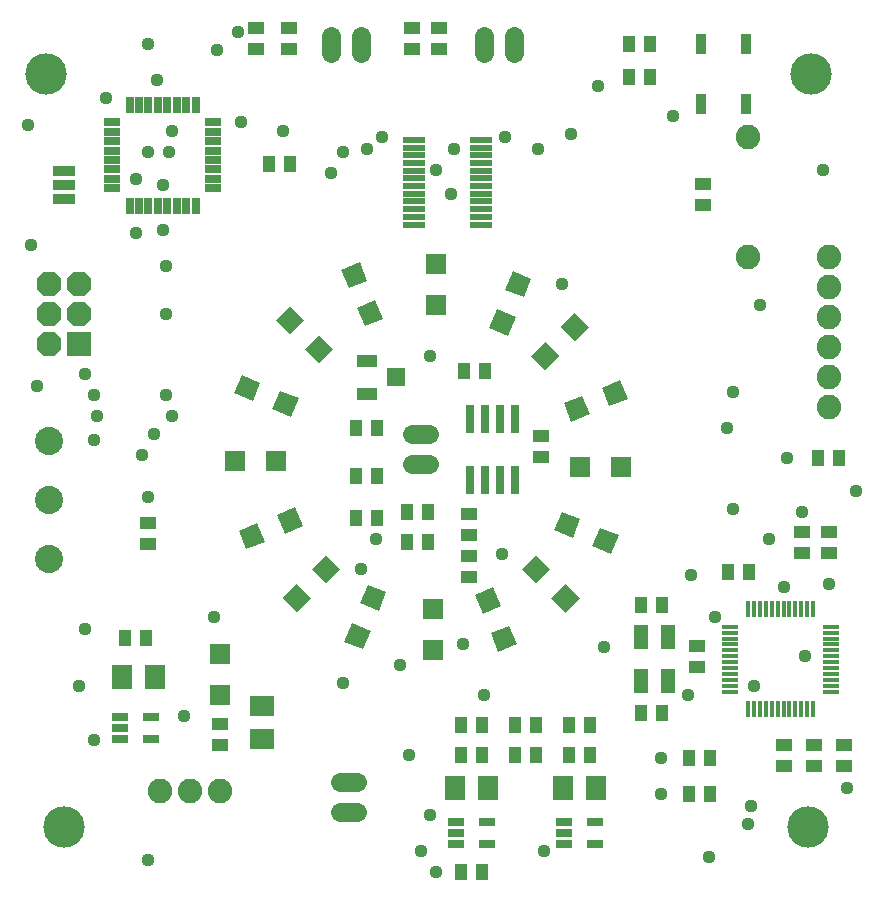
<source format=gts>
G75*
G70*
%OFA0B0*%
%FSLAX24Y24*%
%IPPOS*%
%LPD*%
%AMOC8*
5,1,8,0,0,1.08239X$1,22.5*
%
%ADD10R,0.0552X0.0297*%
%ADD11R,0.0789X0.0710*%
%ADD12R,0.0580X0.0300*%
%ADD13R,0.0300X0.0580*%
%ADD14R,0.0180X0.0530*%
%ADD15R,0.0530X0.0180*%
%ADD16R,0.0513X0.0828*%
%ADD17R,0.0749X0.0356*%
%ADD18R,0.0380X0.0680*%
%ADD19C,0.0820*%
%ADD20R,0.0740X0.0220*%
%ADD21R,0.0671X0.0671*%
%ADD22R,0.0671X0.0671*%
%ADD23R,0.0316X0.0946*%
%ADD24C,0.0940*%
%ADD25C,0.0640*%
%ADD26R,0.0710X0.0789*%
%ADD27C,0.1380*%
%ADD28R,0.0552X0.0395*%
%ADD29R,0.0395X0.0552*%
%ADD30R,0.0820X0.0820*%
%ADD31OC8,0.0820*%
%ADD32R,0.0710X0.0434*%
%ADD33R,0.0592X0.0592*%
%ADD34C,0.0440*%
D10*
X007922Y005776D03*
X007922Y006150D03*
X007922Y006524D03*
X008946Y006524D03*
X008946Y005776D03*
X019122Y003024D03*
X019122Y002650D03*
X019122Y002276D03*
X020146Y002276D03*
X020146Y003024D03*
X022722Y003024D03*
X022722Y002650D03*
X022722Y002276D03*
X023746Y002276D03*
X023746Y003024D03*
D11*
X012634Y005799D03*
X012634Y006901D03*
D12*
X011024Y024148D03*
X011024Y024463D03*
X011024Y024778D03*
X011024Y025093D03*
X011024Y025407D03*
X011024Y025722D03*
X011024Y026037D03*
X011024Y026352D03*
X007644Y026352D03*
X007644Y026037D03*
X007644Y025722D03*
X007644Y025407D03*
X007644Y025093D03*
X007644Y024778D03*
X007644Y024463D03*
X007644Y024148D03*
D13*
X008231Y023560D03*
X008546Y023560D03*
X008861Y023560D03*
X009176Y023560D03*
X009491Y023560D03*
X009806Y023560D03*
X010121Y023560D03*
X010436Y023560D03*
X010436Y026940D03*
X010121Y026940D03*
X009806Y026940D03*
X009491Y026940D03*
X009176Y026940D03*
X008861Y026940D03*
X008546Y026940D03*
X008231Y026940D03*
D14*
X028851Y010123D03*
X029048Y010123D03*
X029245Y010123D03*
X029442Y010123D03*
X029638Y010123D03*
X029835Y010123D03*
X030032Y010123D03*
X030229Y010123D03*
X030426Y010123D03*
X030623Y010123D03*
X030820Y010123D03*
X031016Y010123D03*
X031016Y006777D03*
X030820Y006777D03*
X030623Y006777D03*
X030426Y006777D03*
X030229Y006777D03*
X030032Y006777D03*
X029835Y006777D03*
X029638Y006777D03*
X029442Y006777D03*
X029245Y006777D03*
X029048Y006777D03*
X028851Y006777D03*
D15*
X028260Y007367D03*
X028260Y007564D03*
X028260Y007761D03*
X028260Y007958D03*
X028260Y008155D03*
X028260Y008352D03*
X028260Y008548D03*
X028260Y008745D03*
X028260Y008942D03*
X028260Y009139D03*
X028260Y009336D03*
X028260Y009533D03*
X031607Y009533D03*
X031607Y009336D03*
X031607Y009139D03*
X031607Y008942D03*
X031607Y008745D03*
X031607Y008548D03*
X031607Y008352D03*
X031607Y008155D03*
X031607Y007958D03*
X031607Y007761D03*
X031607Y007564D03*
X031607Y007367D03*
D16*
X026186Y007722D03*
X025281Y007722D03*
X025281Y009178D03*
X026186Y009178D03*
D17*
X006034Y023778D03*
X006034Y024250D03*
X006034Y024722D03*
D18*
X027284Y026950D03*
X028784Y026950D03*
X028784Y028950D03*
X027284Y028950D03*
D19*
X028834Y025850D03*
X028834Y021850D03*
X031534Y021850D03*
X031534Y020850D03*
X031534Y019850D03*
X031534Y018850D03*
X031534Y017850D03*
X031534Y016850D03*
X011234Y004050D03*
X010234Y004050D03*
X009234Y004050D03*
D20*
X017724Y022940D03*
X017724Y023200D03*
X017724Y023450D03*
X017724Y023710D03*
X017724Y023970D03*
X017724Y024220D03*
X017724Y024480D03*
X017724Y024730D03*
X017724Y024990D03*
X017724Y025250D03*
X017724Y025500D03*
X017724Y025760D03*
X019944Y025760D03*
X019944Y025500D03*
X019944Y025250D03*
X019944Y024990D03*
X019944Y024730D03*
X019944Y024480D03*
X019944Y024220D03*
X019944Y023970D03*
X019944Y023710D03*
X019944Y023450D03*
X019944Y023200D03*
X019944Y022940D03*
D21*
X018434Y021639D03*
X018434Y020261D03*
X013123Y015050D03*
X011745Y015050D03*
X018334Y010139D03*
X018334Y008761D03*
X023245Y014850D03*
X024623Y014850D03*
X011234Y008639D03*
X011234Y007261D03*
D22*
G36*
X013800Y010965D02*
X014273Y010492D01*
X013800Y010019D01*
X013327Y010492D01*
X013800Y010965D01*
G37*
G36*
X014774Y011939D02*
X015247Y011466D01*
X014774Y010993D01*
X014301Y011466D01*
X014774Y011939D01*
G37*
G36*
X013759Y013512D02*
X014015Y012894D01*
X013397Y012638D01*
X013141Y013256D01*
X013759Y013512D01*
G37*
G36*
X012486Y012985D02*
X012742Y012367D01*
X012124Y012111D01*
X011868Y012729D01*
X012486Y012985D01*
G37*
G36*
X016178Y010931D02*
X016796Y010675D01*
X016540Y010057D01*
X015922Y010313D01*
X016178Y010931D01*
G37*
G36*
X015651Y009658D02*
X016269Y009402D01*
X016013Y008784D01*
X015395Y009040D01*
X015651Y009658D01*
G37*
G36*
X019742Y010587D02*
X020360Y010843D01*
X020616Y010225D01*
X019998Y009969D01*
X019742Y010587D01*
G37*
G36*
X020269Y009314D02*
X020887Y009570D01*
X021143Y008952D01*
X020525Y008696D01*
X020269Y009314D01*
G37*
G36*
X021315Y011454D02*
X021788Y011927D01*
X022261Y011454D01*
X021788Y010981D01*
X021315Y011454D01*
G37*
G36*
X022289Y010480D02*
X022762Y010953D01*
X023235Y010480D01*
X022762Y010007D01*
X022289Y010480D01*
G37*
G36*
X023656Y012221D02*
X023912Y012839D01*
X024530Y012583D01*
X024274Y011965D01*
X023656Y012221D01*
G37*
G36*
X022383Y012749D02*
X022639Y013367D01*
X023257Y013111D01*
X023001Y012493D01*
X022383Y012749D01*
G37*
G36*
X022954Y016357D02*
X022698Y016975D01*
X023316Y017231D01*
X023572Y016613D01*
X022954Y016357D01*
G37*
G36*
X024227Y016884D02*
X023971Y017502D01*
X024589Y017758D01*
X024845Y017140D01*
X024227Y016884D01*
G37*
G36*
X022093Y018078D02*
X021620Y018551D01*
X022093Y019024D01*
X022566Y018551D01*
X022093Y018078D01*
G37*
G36*
X023067Y019052D02*
X022594Y019525D01*
X023067Y019998D01*
X023540Y019525D01*
X023067Y019052D01*
G37*
G36*
X021371Y020511D02*
X020753Y020767D01*
X021009Y021385D01*
X021627Y021129D01*
X021371Y020511D01*
G37*
G36*
X020843Y019238D02*
X020225Y019494D01*
X020481Y020112D01*
X021099Y019856D01*
X020843Y019238D01*
G37*
G36*
X016681Y019801D02*
X016063Y019545D01*
X015807Y020163D01*
X016425Y020419D01*
X016681Y019801D01*
G37*
G36*
X016154Y021074D02*
X015536Y020818D01*
X015280Y021436D01*
X015898Y021692D01*
X016154Y021074D01*
G37*
G36*
X015023Y018792D02*
X014550Y018319D01*
X014077Y018792D01*
X014550Y019265D01*
X015023Y018792D01*
G37*
G36*
X014049Y019766D02*
X013576Y019293D01*
X013103Y019766D01*
X013576Y020239D01*
X014049Y019766D01*
G37*
G36*
X012590Y017671D02*
X012334Y017053D01*
X011716Y017309D01*
X011972Y017927D01*
X012590Y017671D01*
G37*
G36*
X013863Y017144D02*
X013607Y016526D01*
X012989Y016782D01*
X013245Y017400D01*
X013863Y017144D01*
G37*
D23*
X019584Y016474D03*
X020084Y016474D03*
X020584Y016474D03*
X021084Y016474D03*
X021084Y014426D03*
X020584Y014426D03*
X020084Y014426D03*
X019584Y014426D03*
D24*
X005534Y013750D03*
X005534Y015719D03*
X005534Y011781D03*
D25*
X015254Y004350D02*
X015814Y004350D01*
X015814Y003350D02*
X015254Y003350D01*
X017654Y014950D02*
X018214Y014950D01*
X018214Y015950D02*
X017654Y015950D01*
X015934Y028670D02*
X015934Y029230D01*
X014934Y029230D02*
X014934Y028670D01*
X020034Y028670D02*
X020034Y029230D01*
X021034Y029230D02*
X021034Y028670D01*
D26*
X009085Y007850D03*
X007983Y007850D03*
X019083Y004150D03*
X020185Y004150D03*
X022683Y004150D03*
X023785Y004150D03*
D27*
X006034Y002850D03*
X030834Y002850D03*
X030934Y027950D03*
X005434Y027950D03*
D28*
X012434Y028796D03*
X012434Y029504D03*
X013534Y029504D03*
X013534Y028796D03*
X017634Y028796D03*
X017634Y029504D03*
X018534Y029504D03*
X018534Y028796D03*
X027334Y024304D03*
X027334Y023596D03*
X021934Y015904D03*
X021934Y015196D03*
X019534Y013304D03*
X019534Y012596D03*
X019534Y011904D03*
X019534Y011196D03*
X027134Y008904D03*
X027134Y008196D03*
X030034Y005604D03*
X030034Y004896D03*
X031034Y004896D03*
X031034Y005604D03*
X032034Y005604D03*
X032034Y004896D03*
X031534Y011996D03*
X031534Y012704D03*
X030634Y012704D03*
X030634Y011996D03*
X011234Y006304D03*
X011234Y005596D03*
X008834Y012296D03*
X008834Y013004D03*
D29*
X008788Y009150D03*
X008079Y009150D03*
X015779Y013150D03*
X016488Y013150D03*
X017479Y013350D03*
X018188Y013350D03*
X018188Y012350D03*
X017479Y012350D03*
X016488Y014550D03*
X015779Y014550D03*
X015779Y016150D03*
X016488Y016150D03*
X019379Y018050D03*
X020088Y018050D03*
X013588Y024950D03*
X012879Y024950D03*
X024879Y027850D03*
X025588Y027850D03*
X025588Y028950D03*
X024879Y028950D03*
X031179Y015150D03*
X031888Y015150D03*
X028888Y011350D03*
X028179Y011350D03*
X025988Y010250D03*
X025279Y010250D03*
X025279Y006650D03*
X025988Y006650D03*
X026879Y005150D03*
X027588Y005150D03*
X027588Y003950D03*
X026879Y003950D03*
X023588Y005250D03*
X022879Y005250D03*
X022879Y006250D03*
X023588Y006250D03*
X021788Y006250D03*
X021079Y006250D03*
X021079Y005250D03*
X021788Y005250D03*
X019988Y005250D03*
X019279Y005250D03*
X019279Y006250D03*
X019988Y006250D03*
X019988Y001350D03*
X019279Y001350D03*
D30*
X006534Y018950D03*
D31*
X006534Y019950D03*
X006534Y020950D03*
X005534Y020950D03*
X005534Y019950D03*
X005534Y018950D03*
D32*
X016155Y018401D03*
X016155Y017299D03*
D33*
X017112Y017850D03*
D34*
X018234Y018550D03*
X022634Y020950D03*
X018934Y023950D03*
X018434Y024750D03*
X019034Y025450D03*
X020734Y025850D03*
X021834Y025450D03*
X022934Y025950D03*
X023834Y027550D03*
X026334Y026550D03*
X031334Y024750D03*
X029234Y020250D03*
X028334Y017350D03*
X028134Y016150D03*
X030134Y015150D03*
X028334Y013450D03*
X029534Y012450D03*
X030634Y013350D03*
X032434Y014050D03*
X031534Y010950D03*
X030034Y010850D03*
X030734Y008550D03*
X029034Y007550D03*
X026834Y007250D03*
X025934Y005150D03*
X025934Y003950D03*
X027534Y001850D03*
X028834Y002950D03*
X028934Y003550D03*
X032134Y004150D03*
X027734Y009850D03*
X026934Y011250D03*
X024034Y008850D03*
X020634Y011950D03*
X019334Y008950D03*
X020034Y007250D03*
X017534Y005250D03*
X018234Y003250D03*
X017934Y002050D03*
X018434Y001350D03*
X022034Y002050D03*
X015334Y007650D03*
X017234Y008250D03*
X015934Y011450D03*
X016434Y012450D03*
X011034Y009850D03*
X010034Y006550D03*
X007034Y005750D03*
X006534Y007550D03*
X006734Y009450D03*
X008834Y013850D03*
X008634Y015250D03*
X009034Y015950D03*
X009634Y016550D03*
X009434Y017250D03*
X007134Y016550D03*
X007034Y017250D03*
X006734Y017950D03*
X005134Y017550D03*
X007034Y015750D03*
X009434Y019950D03*
X009434Y021550D03*
X009334Y022750D03*
X008434Y022650D03*
X009334Y024250D03*
X008434Y024450D03*
X008834Y025350D03*
X009534Y025350D03*
X009634Y026050D03*
X009134Y027750D03*
X008834Y028950D03*
X007434Y027150D03*
X004834Y026250D03*
X004934Y022250D03*
X011934Y026350D03*
X013334Y026050D03*
X014934Y024650D03*
X015334Y025350D03*
X016134Y025450D03*
X016634Y025850D03*
X011834Y029350D03*
X011134Y028750D03*
X008834Y001750D03*
M02*

</source>
